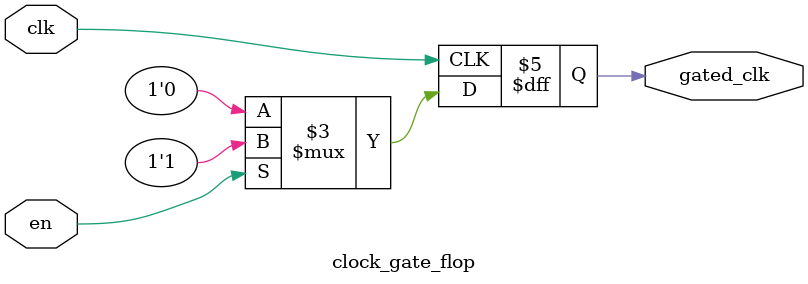
<source format=v>
module clock_gate_flop(gated_clk, clk, en);
  input clk, en;
  output reg gated_clk;
  
  always @(posedge clk) begin
    if (en) begin
      gated_clk <= 1'b1;
    end
    else begin
      gated_clk <= 1'b0;
    end
  end
endmodule
</source>
